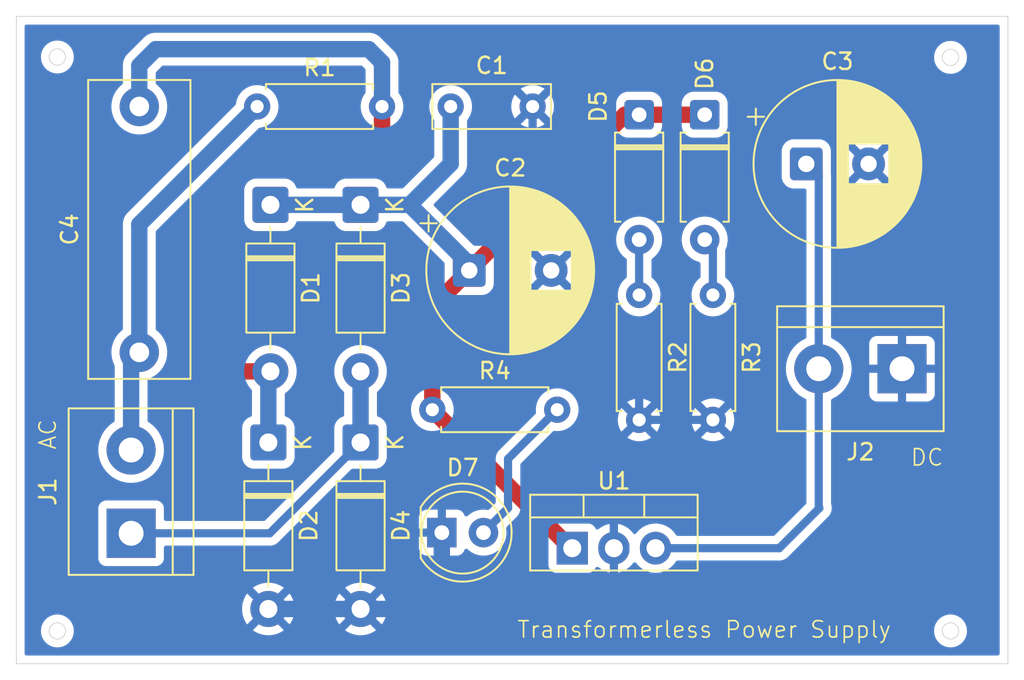
<source format=kicad_pcb>
(kicad_pcb (version 20241229) (generator "pcbnew") (generator_version "9.0")
  (layers (0 "F.Cu" signal) (2 "B.Cu" signal) (13 "F.Paste" user) (15 "B.Paste" user) (5 "F.SilkS" user "F.Silkscreen") (7 "B.SilkS" user "B.Silkscreen") (1 "F.Mask" user) (3 "B.Mask" user) (25 "Edge.Cuts" user))
  (net 0 "")
  (net 1 "Net-(D1-K)")
  (net 2 "GND")
  (net 3 "Net-(J2-Pin_2)")
  (net 4 "Net-(J1-Pin_2)")
  (net 5 "Net-(D1-A)")
  (net 6 "Net-(D3-A)")
  (net 7 "Net-(D5-A)")
  (net 8 "Net-(D6-A)")
  (net 9 "Net-(D7-A)")
  (footprint "Resistor_THT:R_Axial_DIN0207_L6.3mm_D2.5mm_P7.62mm_Horizontal" (layer "F.Cu") (at 128.5 92 -90)
    (property "Reference" "R2" (at 3.81 -2.37 90) (layer "F.SilkS"))
    (property "Value" "20k")
    (pad "1" thru_hole circle (at 0 0 270) (size 1.6 1.6) (drill 0.8) (layers "*.Cu" "*.Mask") (net 7 "Net-(D5-A)"))
    (pad "2" thru_hole circle (at 7.62 0 270) (size 1.6 1.6) (drill 0.8) (layers "*.Cu" "*.Mask") (net 2 "GND"))
  )
  (footprint "Diode_THT:D_DO-41_SOD81_P10.16mm_Horizontal" (layer "F.Cu") (at 111.5 101 -90)
    (property "Reference" "D4" (at 5.08 -2.47 90) (layer "F.SilkS"))
    (property "Value" "1N4007")
    (fp_text user "K" (at 0 -2.1 90) (layer "F.SilkS"))
    (pad "1" thru_hole roundrect (at 0 0 270) (size 2.2 2.2) (drill 1.1) (layers "*.Cu" "*.Mask") (roundrect_rratio 0.113636) (net 6 "Net-(D3-A)"))
    (pad "2" thru_hole circle (at 10.16 0 270) (size 2.2 2.2) (drill 1.1) (layers "*.Cu" "*.Mask") (net 2 "GND"))
  )
  (footprint "TerminalBlock:TerminalBlock_bornier-2_P5.08mm" (layer "F.Cu") (at 97.5 106.54 90)
    (property "Reference" "J1" (at 2.54 -5.08 90) (layer "F.SilkS"))
    (property "Value" "Screw_Terminal_01x02")
    (pad "1" thru_hole rect (at 0 0 90) (size 3 3) (drill 1.52) (layers "*.Cu" "*.Mask") (net 6 "Net-(D3-A)"))
    (pad "2" thru_hole circle (at 5.08 0 90) (size 3 3) (drill 1.52) (layers "*.Cu" "*.Mask") (net 4 "Net-(J1-Pin_2)"))
  )
  (footprint "LED_THT:LED_D5.0mm" (layer "F.Cu") (at 116.46 106.5)
    (property "Reference" "D7" (at 1.27 -3.96 0) (layer "F.SilkS"))
    (property "Value" "LED")
    (pad "1" thru_hole rect (at 0 0) (size 1.8 1.8) (drill 0.9) (layers "*.Cu" "*.Mask") (net 2 "GND"))
    (pad "2" thru_hole circle (at 2.54 0) (size 1.8 1.8) (drill 0.9) (layers "*.Cu" "*.Mask") (net 9 "Net-(D7-A)"))
  )
  (footprint "Resistor_THT:R_Axial_DIN0207_L6.3mm_D2.5mm_P7.62mm_Horizontal" (layer "F.Cu") (at 133 92 -90)
    (property "Reference" "R3" (at 3.81 -2.37 90) (layer "F.SilkS"))
    (property "Value" "20k")
    (pad "1" thru_hole circle (at 0 0 270) (size 1.6 1.6) (drill 0.8) (layers "*.Cu" "*.Mask") (net 8 "Net-(D6-A)"))
    (pad "2" thru_hole circle (at 7.62 0 270) (size 1.6 1.6) (drill 0.8) (layers "*.Cu" "*.Mask") (net 2 "GND"))
  )
  (footprint "Capacitor_THT:C_Disc_D7.0mm_W2.5mm_P5.00mm" (layer "F.Cu") (at 117 80.5)
    (property "Reference" "C1" (at 2.5 -2.5 0) (layer "F.SilkS"))
    (property "Value" "0.1uF")
    (pad "1" thru_hole circle (at 0 0) (size 1.6 1.6) (drill 0.8) (layers "*.Cu" "*.Mask") (net 1 "Net-(D1-K)"))
    (pad "2" thru_hole circle (at 5 0) (size 1.6 1.6) (drill 0.8) (layers "*.Cu" "*.Mask") (net 2 "GND"))
  )
  (footprint "Diode_THT:D_DO-41_SOD81_P10.16mm_Horizontal" (layer "F.Cu") (at 106 86.5 -90)
    (property "Reference" "D1" (at 5.08 -2.47 90) (layer "F.SilkS"))
    (property "Value" "1N4007")
    (fp_text user "K" (at 0 -2.1 90) (layer "F.SilkS"))
    (pad "1" thru_hole roundrect (at 0 0 270) (size 2.2 2.2) (drill 1.1) (layers "*.Cu" "*.Mask") (roundrect_rratio 0.113636) (net 1 "Net-(D1-K)"))
    (pad "2" thru_hole circle (at 10.16 0 270) (size 2.2 2.2) (drill 1.1) (layers "*.Cu" "*.Mask") (net 5 "Net-(D1-A)"))
  )
  (footprint "Capacitor_THT:C_Rect_L18.0mm_W6.0mm_P15.00mm_FKS3_FKP3" (layer "F.Cu") (at 98 95.5 90)
    (property "Reference" "C4" (at 7.5 -4.25 90) (layer "F.SilkS"))
    (property "Value" "2.2uF")
    (pad "1" thru_hole circle (at 0 0 90) (size 2.4 2.4) (drill 1.2) (layers "*.Cu" "*.Mask") (net 4 "Net-(J1-Pin_2)"))
    (pad "2" thru_hole circle (at 15 0 90) (size 2.4 2.4) (drill 1.2) (layers "*.Cu" "*.Mask") (net 5 "Net-(D1-A)"))
  )
  (footprint "Resistor_THT:R_Axial_DIN0207_L6.3mm_D2.5mm_P7.62mm_Horizontal" (layer "F.Cu") (at 115.88 99)
    (property "Reference" "R4" (at 3.81 -2.37 0) (layer "F.SilkS"))
    (property "Value" "2.2k" (hide yes))
    (pad "1" thru_hole circle (at 0 0) (size 1.6 1.6) (drill 0.8) (layers "*.Cu" "*.Mask") (net 1 "Net-(D1-K)"))
    (pad "2" thru_hole circle (at 7.62 0) (size 1.6 1.6) (drill 0.8) (layers "*.Cu" "*.Mask") (net 9 "Net-(D7-A)"))
  )
  (footprint "Diode_THT:D_A-405_P7.62mm_Horizontal" (layer "F.Cu") (at 132.5 81 -90)
    (property "Reference" "D6" (at -2.5 0 90) (layer "F.SilkS"))
    (property "Value" "D_Zener")
    (pad "1" thru_hole roundrect (at 0 0 270) (size 1.8 1.8) (drill 0.9) (layers "*.Cu" "*.Mask") (roundrect_rratio 0.138889) (net 1 "Net-(D1-K)"))
    (pad "2" thru_hole circle (at 7.62 0 270) (size 1.8 1.8) (drill 0.9) (layers "*.Cu" "*.Mask") (net 8 "Net-(D6-A)"))
  )
  (footprint "Capacitor_THT:CP_Radial_D10.0mm_P5.00mm" (layer "F.Cu") (at 118.132323 90.5)
    (property "Reference" "C2" (at 2.5 -6.25 0) (layer "F.SilkS"))
    (property "Value" "1000uF")
    (pad "1" thru_hole roundrect (at 0 0) (size 2 2) (drill 1) (layers "*.Cu" "*.Mask") (roundrect_rratio 0.125) (net 1 "Net-(D1-K)"))
    (pad "2" thru_hole circle (at 5 0) (size 2 2) (drill 1) (layers "*.Cu" "*.Mask") (net 2 "GND"))
  )
  (footprint "Capacitor_THT:CP_Radial_D10.0mm_P3.80mm" (layer "F.Cu") (at 138.7 84)
    (property "Reference" "C3" (at 1.9 -6.25 0) (layer "F.SilkS"))
    (property "Value" "470uF")
    (pad "1" thru_hole roundrect (at 0 0) (size 2 2) (drill 1) (layers "*.Cu" "*.Mask") (roundrect_rratio 0.125) (net 3 "Net-(J2-Pin_2)"))
    (pad "2" thru_hole circle (at 3.8 0) (size 2 2) (drill 1) (layers "*.Cu" "*.Mask") (net 2 "GND"))
  )
  (footprint "Diode_THT:D_DO-41_SOD81_P10.16mm_Horizontal" (layer "F.Cu") (at 105.875 101 -90)
    (property "Reference" "D2" (at 5.08 -2.47 90) (layer "F.SilkS"))
    (property "Value" "1N4007")
    (fp_text user "K" (at 0 -2.1 90) (layer "F.SilkS"))
    (pad "1" thru_hole roundrect (at 0 0 270) (size 2.2 2.2) (drill 1.1) (layers "*.Cu" "*.Mask") (roundrect_rratio 0.113636) (net 5 "Net-(D1-A)"))
    (pad "2" thru_hole circle (at 10.16 0 270) (size 2.2 2.2) (drill 1.1) (layers "*.Cu" "*.Mask") (net 2 "GND"))
  )
  (footprint "Diode_THT:D_DO-41_SOD81_P10.16mm_Horizontal" (layer "F.Cu") (at 111.5 86.5 -90)
    (property "Reference" "D3" (at 5.08 -2.47 90) (layer "F.SilkS"))
    (property "Value" "1N4007")
    (fp_text user "K" (at 0 -2.1 90) (layer "F.SilkS"))
    (pad "1" thru_hole roundrect (at 0 0 270) (size 2.2 2.2) (drill 1.1) (layers "*.Cu" "*.Mask") (roundrect_rratio 0.113636) (net 1 "Net-(D1-K)"))
    (pad "2" thru_hole circle (at 10.16 0 270) (size 2.2 2.2) (drill 1.1) (layers "*.Cu" "*.Mask") (net 6 "Net-(D3-A)"))
  )
  (footprint "Package_TO_SOT_THT:TO-220-3_Vertical" (layer "F.Cu") (at 124.42 107.45)
    (property "Reference" "U1" (at 2.54 -4.1 0) (layer "F.SilkS"))
    (property "Value" "LM7805_TO220")
    (pad "1" thru_hole rect (at 0 0) (size 1.905 2) (drill 1.1) (layers "*.Cu" "*.Mask") (net 1 "Net-(D1-K)"))
    (pad "2" thru_hole oval (at 2.54 0) (size 1.905 2) (drill 1.1) (layers "*.Cu" "*.Mask") (net 2 "GND"))
    (pad "3" thru_hole oval (at 5.08 0) (size 1.905 2) (drill 1.1) (layers "*.Cu" "*.Mask") (net 3 "Net-(J2-Pin_2)"))
  )
  (footprint "Resistor_THT:R_Axial_DIN0207_L6.3mm_D2.5mm_P7.62mm_Horizontal" (layer "F.Cu") (at 105.19 80.5)
    (property "Reference" "R1" (at 3.81 -2.37 0) (layer "F.SilkS"))
    (property "Value" "1M")
    (pad "1" thru_hole circle (at 0 0) (size 1.6 1.6) (drill 0.8) (layers "*.Cu" "*.Mask") (net 4 "Net-(J1-Pin_2)"))
    (pad "2" thru_hole circle (at 7.62 0) (size 1.6 1.6) (drill 0.8) (layers "*.Cu" "*.Mask") (net 5 "Net-(D1-A)"))
  )
  (footprint "Diode_THT:D_A-405_P7.62mm_Horizontal" (layer "F.Cu") (at 128.5 81 -90)
    (property "Reference" "D5" (at -0.5 2.5 90) (layer "F.SilkS"))
    (property "Value" "D_Zener")
    (pad "1" thru_hole roundrect (at 0 0 270) (size 1.8 1.8) (drill 0.9) (layers "*.Cu" "*.Mask") (roundrect_rratio 0.138889) (net 1 "Net-(D1-K)"))
    (pad "2" thru_hole circle (at 7.62 0 270) (size 1.8 1.8) (drill 0.9) (layers "*.Cu" "*.Mask") (net 7 "Net-(D5-A)"))
  )
  (footprint "TerminalBlock:TerminalBlock_bornier-2_P5.08mm" (layer "F.Cu") (at 144.54 96.5 180)
    (property "Reference" "J2" (at 2.54 -5.08 0) (layer "F.SilkS"))
    (property "Value" "Screw_Terminal_01x02")
    (pad "1" thru_hole rect (at 0 0 180) (size 3 3) (drill 1.52) (layers "*.Cu" "*.Mask") (net 2 "GND"))
    (pad "2" thru_hole circle (at 5.08 0 180) (size 3 3) (drill 1.52) (layers "*.Cu" "*.Mask") (net 3 "Net-(J2-Pin_2)"))
  )
  (gr_circle (center 147.5 112.5) (end 148 112.5) (stroke (width 0.05)) (fill no) (layer "Edge.Cuts"))
  (gr_circle (center 92.999302 77.478081) (end 93.499302 77.478081) (stroke (width 0.05)) (fill no) (layer "Edge.Cuts"))
  (gr_circle (center 147.5 77.5) (end 148 77.5) (stroke (width 0.05)) (fill no) (layer "Edge.Cuts"))
  (gr_rect (start 90.5 75) (end 151 114.5) (stroke (width 0.05)) (fill no) (layer "Edge.Cuts"))
  (gr_circle (center 93 112.5) (end 93.5 112.5) (stroke (width 0.05)) (fill no) (layer "Edge.Cuts"))
  (gr_text "DC" (at 145 102.5 0) (layer "F.SilkS") (effects (font (size 1 1) (thickness 0.1)) (justify left bottom)))
  (gr_text "Transformerless Power Supply" (at 121 113 0) (layer "F.SilkS") (effects (font (size 1 1) (thickness 0.1)) (justify left bottom)))
  (gr_text "AC" (at 93 101.5 90) (layer "F.SilkS") (effects (font (size 1 1) (thickness 0.1)) (justify left bottom)))
  (segment (start 115.88 92.752323) (end 118.132323 90.5) (width 1) (layer "F.Cu") (net 1))
  (segment (start 115.88 99) (end 115.88 92.752323) (width 1) (layer "F.Cu") (net 1))
  (segment (start 118.132323 90.5) (end 127.632323 81) (width 1) (layer "F.Cu") (net 1))
  (segment (start 128.5 81) (end 132.5 81) (width 1) (layer "F.Cu") (net 1))
  (segment (start 124.33 107.45) (end 115.88 99) (width 1) (layer "F.Cu") (net 1))
  (segment (start 124.42 107.45) (end 124.33 107.45) (width 0.5) (layer "F.Cu") (net 1))
  (segment (start 127.632323 81) (end 128.5 81) (width 1) (layer "F.Cu") (net 1))
  (segment (start 117 84) (end 114.5 86.5) (width 1) (layer "B.Cu") (net 1))
  (segment (start 118.132323 90.5) (end 118.132323 90.132323) (width 1) (layer "B.Cu") (net 1))
  (segment (start 114.5 86.5) (end 111.5 86.5) (width 1) (layer "B.Cu") (net 1))
  (segment (start 106 86.5) (end 111.5 86.5) (width 1) (layer "B.Cu") (net 1))
  (segment (start 117 80.5) (end 117 84) (width 1) (layer "B.Cu") (net 1))
  (segment (start 118.132323 90.132323) (end 114.5 86.5) (width 1) (layer "B.Cu") (net 1))
  (segment (start 127 101.12) (end 127 102.5) (width 0.5) (layer "B.Cu") (net 2))
  (segment (start 126.96 102.54) (end 126.96 107.45) (width 0.5) (layer "B.Cu") (net 2))
  (segment (start 116.46 110.54) (end 116.46 106.5) (width 1) (layer "B.Cu") (net 2))
  (segment (start 111.5 111.16) (end 115.84 111.16) (width 1) (layer "B.Cu") (net 2))
  (segment (start 122 89.367677) (end 123.132323 90.5) (width 0.5) (layer "B.Cu") (net 2))
  (segment (start 144.54 86.04) (end 142.5 84) (width 0.5) (layer "B.Cu") (net 2))
  (segment (start 133 99.62) (end 128.5 99.62) (width 0.5) (layer "B.Cu") (net 2))
  (segment (start 127 102.5) (end 126.96 102.54) (width 0.5) (layer "B.Cu") (net 2))
  (segment (start 105.875 111.16) (end 111.5 111.16) (width 1) (layer "B.Cu") (net 2))
  (segment (start 128.5 95.867677) (end 123.132323 90.5) (width 0.5) (layer "B.Cu") (net 2))
  (segment (start 144.54 96.5) (end 144.54 86.04) (width 0.5) (layer "B.Cu") (net 2))
  (segment (start 122 80.5) (end 122 89.367677) (width 0.5) (layer "B.Cu") (net 2))
  (segment (start 115.84 111.16) (end 116.46 110.54) (width 1) (layer "B.Cu") (net 2))
  (segment (start 128.5 99.62) (end 127 101.12) (width 0.5) (layer "B.Cu") (net 2))
  (segment (start 128.5 99.62) (end 128.5 95.867677) (width 0.5) (layer "B.Cu") (net 2))
  (segment (start 139.46 84.76) (end 138.7 84) (width 0.5) (layer "B.Cu") (net 3))
  (segment (start 139.46 104.96) (end 139.46 96.5) (width 0.5) (layer "B.Cu") (net 3))
  (segment (start 129.5 107.45) (end 137.05 107.45) (width 0.5) (layer "B.Cu") (net 3))
  (segment (start 139.5 105) (end 139.46 104.96) (width 0.5) (layer "B.Cu") (net 3))
  (segment (start 139.46 96.5) (end 139.46 84.76) (width 0.5) (layer "B.Cu") (net 3))
  (segment (start 137.05 107.45) (end 139.5 105) (width 0.5) (layer "B.Cu") (net 3))
  (segment (start 97.5 96) (end 98 95.5) (width 1) (layer "B.Cu") (net 4))
  (segment (start 98 95.5) (end 98 87.69) (width 1) (layer "B.Cu") (net 4))
  (segment (start 97.5 101.46) (end 97.5 96) (width 1) (layer "B.Cu") (net 4))
  (segment (start 98 87.69) (end 105.19 80.5) (width 1) (layer "B.Cu") (net 4))
  (segment (start 104.16 96.66) (end 102.5 95) (width 1) (layer "F.Cu") (net 5))
  (segment (start 104 84) (end 110.5 84) (width 1) (layer "F.Cu") (net 5))
  (segment (start 102.5 95) (end 102.5 85.5) (width 1) (layer "F.Cu") (net 5))
  (segment (start 110.5 84) (end 112.81 81.69) (width 1) (layer "F.Cu") (net 5))
  (segment (start 102.5 85.5) (end 104 84) (width 1) (layer "F.Cu") (net 5))
  (segment (start 106 96.66) (end 104.16 96.66) (width 1) (layer "F.Cu") (net 5))
  (segment (start 112.81 81.69) (end 112.81 80.5) (width 1) (layer "F.Cu") (net 5))
  (segment (start 99 77) (end 112 77) (width 1) (layer "B.Cu") (net 5))
  (segment (start 112 77) (end 112.81 77.81) (width 1) (layer "B.Cu") (net 5))
  (segment (start 98 78) (end 99 77) (width 1) (layer "B.Cu") (net 5))
  (segment (start 105.875 101) (end 105.875 96.785) (width 1) (layer "B.Cu") (net 5))
  (segment (start 105.875 96.785) (end 106 96.66) (width 1) (layer "B.Cu") (net 5))
  (segment (start 98 80.5) (end 98 78) (width 1) (layer "B.Cu") (net 5))
  (segment (start 112.81 77.81) (end 112.81 80.5) (width 1) (layer "B.Cu") (net 5))
  (segment (start 97.5 106.54) (end 105.96 106.54) (width 0.5) (layer "B.Cu") (net 6))
  (segment (start 105.96 106.54) (end 111.5 101) (width 0.5) (layer "B.Cu") (net 6))
  (segment (start 111.5 101) (end 111.5 96.66) (width 1) (layer "B.Cu") (net 6))
  (segment (start 128.5 92) (end 128.5 88.62) (width 0.5) (layer "B.Cu") (net 7))
  (segment (start 133 89.12) (end 132.5 88.62) (width 0.5) (layer "B.Cu") (net 8))
  (segment (start 133 92) (end 133 89.12) (width 0.5) (layer "B.Cu") (net 8))
  (segment (start 120.5 105) (end 120.5 102) (width 0.5) (layer "B.Cu") (net 9))
  (segment (start 119 106.5) (end 120.5 105) (width 0.5) (layer "B.Cu") (net 9))
  (segment (start 120.5 102) (end 123.5 99) (width 0.5) (layer "B.Cu") (net 9))
  (zone (net 2) (net_name "GND") (layer "B.Cu") (connect_pads (clearance 0.5)) (min_thickness 0.25) (fill yes (thermal_gap 0.5) (thermal_bridge_width 0.5))
    (polygon (pts (xy 89.5 74) (xy 152 74) (xy 152 115.5) (xy 89.5 115.5)))
  )
)
</source>
